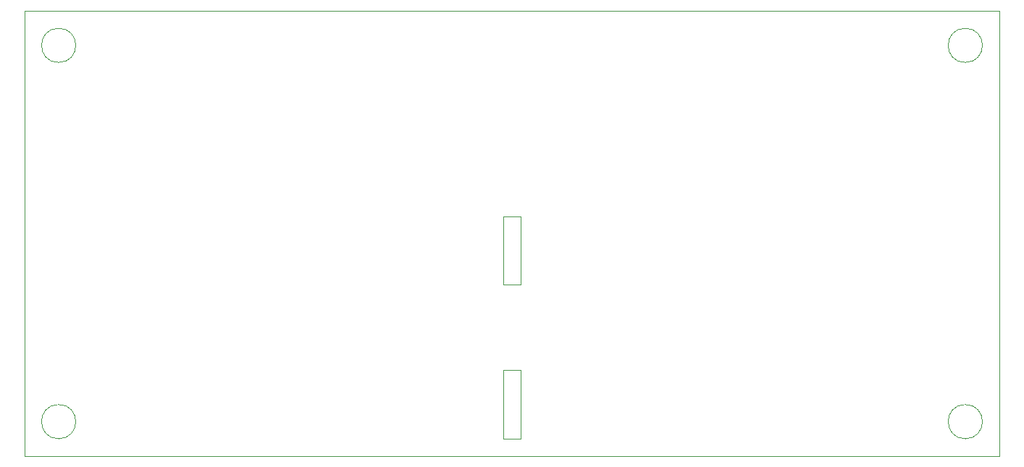
<source format=gko>
%FSLAX46Y46*%
%MOMM*%
%ADD10C,0.010000*%
G01*
G01*
%LPD*%
D10*
X0Y2000000D02*
X0Y2000000D01*
D10*
X-4000000Y0D02*
X-4000000Y52000000D01*
D10*
X-4000000Y52000000D02*
X110000000Y52000000D01*
D10*
X110000000Y52000000D02*
X110000000Y0D01*
D10*
X110000000Y0D02*
X-4000000Y0D01*
D10*
X106000000Y46000000D02*
X106000000Y46000000D01*
D10*
X106000000Y2000000D02*
X106000000Y2000000D01*
D10*
X52000000Y20000000D02*
X52000000Y28000000D01*
D10*
X52000000Y28000000D02*
X54000000Y28000000D01*
D10*
X54000000Y28000000D02*
X54000000Y20000000D01*
D10*
X54000000Y20000000D02*
X52000000Y20000000D01*
D10*
X0Y50000000D02*
X0Y50000000D01*
D10*
X52000000Y2000000D02*
X52000000Y10000000D01*
D10*
X52000000Y10000000D02*
X54000000Y10000000D01*
D10*
X54000000Y10000000D02*
X54000000Y2000000D01*
D10*
X54000000Y2000000D02*
X52000000Y2000000D01*
G75*
G02*
D10*
X0Y2000000D02*
X0Y2000000I0J2000000D01*
G02*
D10*
X106000000Y46000000D02*
X106000000Y46000000I0J2000000D01*
G02*
D10*
X106000000Y2000000D02*
X106000000Y2000000I0J2000000D01*
G02*
D10*
X0Y50000000D02*
X0Y50000000I0J-2000000D01*
M02*

</source>
